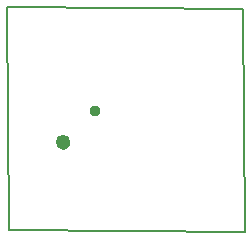
<source format=gbs>
G75*
%MOIN*%
%OFA0B0*%
%FSLAX25Y25*%
%IPPOS*%
%LPD*%
%AMOC8*
5,1,8,0,0,1.08239X$1,22.5*
%
%ADD10C,0.00800*%
%ADD11C,0.00000*%
%ADD12C,0.03753*%
%ADD13C,0.04934*%
D10*
X0158833Y0059000D02*
X0158333Y0133378D01*
X0237089Y0132678D01*
X0237589Y0058300D01*
X0158833Y0059000D01*
D11*
X0174877Y0088211D02*
X0174879Y0088302D01*
X0174885Y0088392D01*
X0174895Y0088483D01*
X0174909Y0088572D01*
X0174927Y0088661D01*
X0174948Y0088750D01*
X0174974Y0088837D01*
X0175003Y0088923D01*
X0175037Y0089007D01*
X0175073Y0089090D01*
X0175114Y0089172D01*
X0175158Y0089251D01*
X0175205Y0089329D01*
X0175256Y0089404D01*
X0175310Y0089477D01*
X0175367Y0089547D01*
X0175427Y0089615D01*
X0175490Y0089681D01*
X0175556Y0089743D01*
X0175625Y0089802D01*
X0175696Y0089859D01*
X0175770Y0089912D01*
X0175846Y0089962D01*
X0175924Y0090009D01*
X0176004Y0090052D01*
X0176085Y0090091D01*
X0176169Y0090127D01*
X0176254Y0090159D01*
X0176340Y0090188D01*
X0176427Y0090212D01*
X0176516Y0090233D01*
X0176605Y0090250D01*
X0176695Y0090263D01*
X0176785Y0090272D01*
X0176876Y0090277D01*
X0176967Y0090278D01*
X0177057Y0090275D01*
X0177148Y0090268D01*
X0177238Y0090257D01*
X0177328Y0090242D01*
X0177417Y0090223D01*
X0177505Y0090201D01*
X0177591Y0090174D01*
X0177677Y0090144D01*
X0177761Y0090110D01*
X0177844Y0090072D01*
X0177925Y0090031D01*
X0178004Y0089986D01*
X0178081Y0089937D01*
X0178155Y0089886D01*
X0178228Y0089831D01*
X0178298Y0089773D01*
X0178365Y0089712D01*
X0178429Y0089648D01*
X0178491Y0089582D01*
X0178550Y0089512D01*
X0178605Y0089441D01*
X0178658Y0089366D01*
X0178707Y0089290D01*
X0178753Y0089212D01*
X0178795Y0089131D01*
X0178834Y0089049D01*
X0178869Y0088965D01*
X0178900Y0088880D01*
X0178927Y0088793D01*
X0178951Y0088706D01*
X0178971Y0088617D01*
X0178987Y0088528D01*
X0178999Y0088438D01*
X0179007Y0088347D01*
X0179011Y0088256D01*
X0179011Y0088166D01*
X0179007Y0088075D01*
X0178999Y0087984D01*
X0178987Y0087894D01*
X0178971Y0087805D01*
X0178951Y0087716D01*
X0178927Y0087629D01*
X0178900Y0087542D01*
X0178869Y0087457D01*
X0178834Y0087373D01*
X0178795Y0087291D01*
X0178753Y0087210D01*
X0178707Y0087132D01*
X0178658Y0087056D01*
X0178605Y0086981D01*
X0178550Y0086910D01*
X0178491Y0086840D01*
X0178429Y0086774D01*
X0178365Y0086710D01*
X0178298Y0086649D01*
X0178228Y0086591D01*
X0178155Y0086536D01*
X0178081Y0086485D01*
X0178004Y0086436D01*
X0177925Y0086391D01*
X0177844Y0086350D01*
X0177761Y0086312D01*
X0177677Y0086278D01*
X0177591Y0086248D01*
X0177505Y0086221D01*
X0177417Y0086199D01*
X0177328Y0086180D01*
X0177238Y0086165D01*
X0177148Y0086154D01*
X0177057Y0086147D01*
X0176967Y0086144D01*
X0176876Y0086145D01*
X0176785Y0086150D01*
X0176695Y0086159D01*
X0176605Y0086172D01*
X0176516Y0086189D01*
X0176427Y0086210D01*
X0176340Y0086234D01*
X0176254Y0086263D01*
X0176169Y0086295D01*
X0176085Y0086331D01*
X0176004Y0086370D01*
X0175924Y0086413D01*
X0175846Y0086460D01*
X0175770Y0086510D01*
X0175696Y0086563D01*
X0175625Y0086620D01*
X0175556Y0086679D01*
X0175490Y0086741D01*
X0175427Y0086807D01*
X0175367Y0086875D01*
X0175310Y0086945D01*
X0175256Y0087018D01*
X0175205Y0087093D01*
X0175158Y0087171D01*
X0175114Y0087250D01*
X0175073Y0087332D01*
X0175037Y0087415D01*
X0175003Y0087499D01*
X0174974Y0087585D01*
X0174948Y0087672D01*
X0174927Y0087761D01*
X0174909Y0087850D01*
X0174895Y0087939D01*
X0174885Y0088030D01*
X0174879Y0088120D01*
X0174877Y0088211D01*
X0186047Y0098789D02*
X0186049Y0098866D01*
X0186055Y0098942D01*
X0186065Y0099018D01*
X0186079Y0099093D01*
X0186096Y0099168D01*
X0186118Y0099241D01*
X0186143Y0099314D01*
X0186173Y0099385D01*
X0186205Y0099454D01*
X0186242Y0099521D01*
X0186281Y0099587D01*
X0186324Y0099650D01*
X0186371Y0099711D01*
X0186420Y0099770D01*
X0186473Y0099826D01*
X0186528Y0099879D01*
X0186586Y0099929D01*
X0186646Y0099976D01*
X0186709Y0100020D01*
X0186774Y0100061D01*
X0186841Y0100098D01*
X0186910Y0100132D01*
X0186980Y0100162D01*
X0187052Y0100188D01*
X0187126Y0100210D01*
X0187200Y0100229D01*
X0187275Y0100244D01*
X0187351Y0100255D01*
X0187427Y0100262D01*
X0187504Y0100265D01*
X0187580Y0100264D01*
X0187657Y0100259D01*
X0187733Y0100250D01*
X0187809Y0100237D01*
X0187883Y0100220D01*
X0187957Y0100200D01*
X0188030Y0100175D01*
X0188101Y0100147D01*
X0188171Y0100115D01*
X0188239Y0100080D01*
X0188305Y0100041D01*
X0188369Y0099999D01*
X0188430Y0099953D01*
X0188490Y0099904D01*
X0188546Y0099853D01*
X0188600Y0099798D01*
X0188651Y0099741D01*
X0188699Y0099681D01*
X0188744Y0099619D01*
X0188785Y0099554D01*
X0188823Y0099488D01*
X0188858Y0099420D01*
X0188888Y0099349D01*
X0188916Y0099278D01*
X0188939Y0099205D01*
X0188959Y0099131D01*
X0188975Y0099056D01*
X0188987Y0098980D01*
X0188995Y0098904D01*
X0188999Y0098827D01*
X0188999Y0098751D01*
X0188995Y0098674D01*
X0188987Y0098598D01*
X0188975Y0098522D01*
X0188959Y0098447D01*
X0188939Y0098373D01*
X0188916Y0098300D01*
X0188888Y0098229D01*
X0188858Y0098158D01*
X0188823Y0098090D01*
X0188785Y0098024D01*
X0188744Y0097959D01*
X0188699Y0097897D01*
X0188651Y0097837D01*
X0188600Y0097780D01*
X0188546Y0097725D01*
X0188490Y0097674D01*
X0188430Y0097625D01*
X0188369Y0097579D01*
X0188305Y0097537D01*
X0188239Y0097498D01*
X0188171Y0097463D01*
X0188101Y0097431D01*
X0188030Y0097403D01*
X0187957Y0097378D01*
X0187883Y0097358D01*
X0187809Y0097341D01*
X0187733Y0097328D01*
X0187657Y0097319D01*
X0187580Y0097314D01*
X0187504Y0097313D01*
X0187427Y0097316D01*
X0187351Y0097323D01*
X0187275Y0097334D01*
X0187200Y0097349D01*
X0187126Y0097368D01*
X0187052Y0097390D01*
X0186980Y0097416D01*
X0186910Y0097446D01*
X0186841Y0097480D01*
X0186774Y0097517D01*
X0186709Y0097558D01*
X0186646Y0097602D01*
X0186586Y0097649D01*
X0186528Y0097699D01*
X0186473Y0097752D01*
X0186420Y0097808D01*
X0186371Y0097867D01*
X0186324Y0097928D01*
X0186281Y0097991D01*
X0186242Y0098057D01*
X0186205Y0098124D01*
X0186173Y0098193D01*
X0186143Y0098264D01*
X0186118Y0098337D01*
X0186096Y0098410D01*
X0186079Y0098485D01*
X0186065Y0098560D01*
X0186055Y0098636D01*
X0186049Y0098712D01*
X0186047Y0098789D01*
D12*
X0187523Y0098789D03*
D13*
X0176944Y0088211D03*
M02*

</source>
